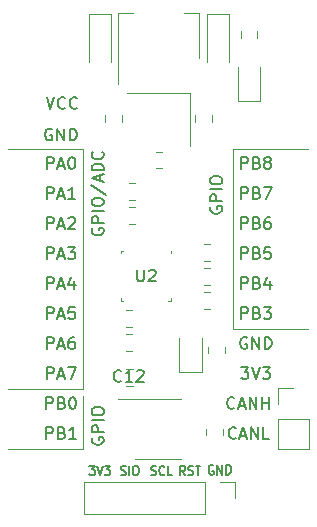
<source format=gto>
G04 #@! TF.GenerationSoftware,KiCad,Pcbnew,(5.1.4)-1*
G04 #@! TF.CreationDate,2020-10-29T21:44:13+08:00*
G04 #@! TF.ProjectId,custom_microcontroller,63757374-6f6d-45f6-9d69-63726f636f6e,rev?*
G04 #@! TF.SameCoordinates,Original*
G04 #@! TF.FileFunction,Legend,Top*
G04 #@! TF.FilePolarity,Positive*
%FSLAX46Y46*%
G04 Gerber Fmt 4.6, Leading zero omitted, Abs format (unit mm)*
G04 Created by KiCad (PCBNEW (5.1.4)-1) date 2020-10-29 21:44:13*
%MOMM*%
%LPD*%
G04 APERTURE LIST*
%ADD10C,0.152400*%
%ADD11C,0.120000*%
%ADD12C,0.150000*%
G04 APERTURE END LIST*
D10*
X140707533Y-149592695D02*
X140470466Y-149205647D01*
X140301133Y-149592695D02*
X140301133Y-148779895D01*
X140572066Y-148779895D01*
X140639800Y-148818600D01*
X140673666Y-148857304D01*
X140707533Y-148934714D01*
X140707533Y-149050828D01*
X140673666Y-149128238D01*
X140639800Y-149166942D01*
X140572066Y-149205647D01*
X140301133Y-149205647D01*
X140978466Y-149553990D02*
X141080066Y-149592695D01*
X141249400Y-149592695D01*
X141317133Y-149553990D01*
X141351000Y-149515285D01*
X141384866Y-149437876D01*
X141384866Y-149360466D01*
X141351000Y-149283057D01*
X141317133Y-149244352D01*
X141249400Y-149205647D01*
X141113933Y-149166942D01*
X141046200Y-149128238D01*
X141012333Y-149089533D01*
X140978466Y-149012123D01*
X140978466Y-148934714D01*
X141012333Y-148857304D01*
X141046200Y-148818600D01*
X141113933Y-148779895D01*
X141283266Y-148779895D01*
X141384866Y-148818600D01*
X141588066Y-148779895D02*
X141994466Y-148779895D01*
X141791266Y-149592695D02*
X141791266Y-148779895D01*
X137837333Y-149553990D02*
X137938933Y-149592695D01*
X138108266Y-149592695D01*
X138176000Y-149553990D01*
X138209866Y-149515285D01*
X138243733Y-149437876D01*
X138243733Y-149360466D01*
X138209866Y-149283057D01*
X138176000Y-149244352D01*
X138108266Y-149205647D01*
X137972800Y-149166942D01*
X137905066Y-149128238D01*
X137871200Y-149089533D01*
X137837333Y-149012123D01*
X137837333Y-148934714D01*
X137871200Y-148857304D01*
X137905066Y-148818600D01*
X137972800Y-148779895D01*
X138142133Y-148779895D01*
X138243733Y-148818600D01*
X138954933Y-149515285D02*
X138921066Y-149553990D01*
X138819466Y-149592695D01*
X138751733Y-149592695D01*
X138650133Y-149553990D01*
X138582400Y-149476580D01*
X138548533Y-149399171D01*
X138514666Y-149244352D01*
X138514666Y-149128238D01*
X138548533Y-148973419D01*
X138582400Y-148896009D01*
X138650133Y-148818600D01*
X138751733Y-148779895D01*
X138819466Y-148779895D01*
X138921066Y-148818600D01*
X138954933Y-148857304D01*
X139598400Y-149592695D02*
X139259733Y-149592695D01*
X139259733Y-148779895D01*
X132596466Y-148779895D02*
X133036733Y-148779895D01*
X132799666Y-149089533D01*
X132901266Y-149089533D01*
X132969000Y-149128238D01*
X133002866Y-149166942D01*
X133036733Y-149244352D01*
X133036733Y-149437876D01*
X133002866Y-149515285D01*
X132969000Y-149553990D01*
X132901266Y-149592695D01*
X132698066Y-149592695D01*
X132630333Y-149553990D01*
X132596466Y-149515285D01*
X133239933Y-148779895D02*
X133477000Y-149592695D01*
X133714066Y-148779895D01*
X133883400Y-148779895D02*
X134323666Y-148779895D01*
X134086600Y-149089533D01*
X134188200Y-149089533D01*
X134255933Y-149128238D01*
X134289800Y-149166942D01*
X134323666Y-149244352D01*
X134323666Y-149437876D01*
X134289800Y-149515285D01*
X134255933Y-149553990D01*
X134188200Y-149592695D01*
X133985000Y-149592695D01*
X133917266Y-149553990D01*
X133883400Y-149515285D01*
X135271933Y-149553990D02*
X135373533Y-149592695D01*
X135542866Y-149592695D01*
X135610600Y-149553990D01*
X135644466Y-149515285D01*
X135678333Y-149437876D01*
X135678333Y-149360466D01*
X135644466Y-149283057D01*
X135610600Y-149244352D01*
X135542866Y-149205647D01*
X135407400Y-149166942D01*
X135339666Y-149128238D01*
X135305800Y-149089533D01*
X135271933Y-149012123D01*
X135271933Y-148934714D01*
X135305800Y-148857304D01*
X135339666Y-148818600D01*
X135407400Y-148779895D01*
X135576733Y-148779895D01*
X135678333Y-148818600D01*
X135983133Y-149592695D02*
X135983133Y-148779895D01*
X136457266Y-148779895D02*
X136592733Y-148779895D01*
X136660466Y-148818600D01*
X136728200Y-148896009D01*
X136762066Y-149050828D01*
X136762066Y-149321761D01*
X136728200Y-149476580D01*
X136660466Y-149553990D01*
X136592733Y-149592695D01*
X136457266Y-149592695D01*
X136389533Y-149553990D01*
X136321800Y-149476580D01*
X136287933Y-149321761D01*
X136287933Y-149050828D01*
X136321800Y-148896009D01*
X136389533Y-148818600D01*
X136457266Y-148779895D01*
D11*
X128905000Y-121920000D02*
X125730000Y-121920000D01*
X132080000Y-142240000D02*
X125730000Y-142240000D01*
D12*
X142883000Y-126857000D02*
X142835380Y-126952238D01*
X142835380Y-127095095D01*
X142883000Y-127237952D01*
X142978238Y-127333190D01*
X143073476Y-127380809D01*
X143263952Y-127428428D01*
X143406809Y-127428428D01*
X143597285Y-127380809D01*
X143692523Y-127333190D01*
X143787761Y-127237952D01*
X143835380Y-127095095D01*
X143835380Y-126999857D01*
X143787761Y-126857000D01*
X143740142Y-126809380D01*
X143406809Y-126809380D01*
X143406809Y-126999857D01*
X143835380Y-126380809D02*
X142835380Y-126380809D01*
X142835380Y-125999857D01*
X142883000Y-125904619D01*
X142930619Y-125857000D01*
X143025857Y-125809380D01*
X143168714Y-125809380D01*
X143263952Y-125857000D01*
X143311571Y-125904619D01*
X143359190Y-125999857D01*
X143359190Y-126380809D01*
X143835380Y-125380809D02*
X142835380Y-125380809D01*
X142835380Y-124714142D02*
X142835380Y-124523666D01*
X142883000Y-124428428D01*
X142978238Y-124333190D01*
X143168714Y-124285571D01*
X143502047Y-124285571D01*
X143692523Y-124333190D01*
X143787761Y-124428428D01*
X143835380Y-124523666D01*
X143835380Y-124714142D01*
X143787761Y-124809380D01*
X143692523Y-124904619D01*
X143502047Y-124952238D01*
X143168714Y-124952238D01*
X142978238Y-124904619D01*
X142883000Y-124809380D01*
X142835380Y-124714142D01*
X132850000Y-146415000D02*
X132802380Y-146510238D01*
X132802380Y-146653095D01*
X132850000Y-146795952D01*
X132945238Y-146891190D01*
X133040476Y-146938809D01*
X133230952Y-146986428D01*
X133373809Y-146986428D01*
X133564285Y-146938809D01*
X133659523Y-146891190D01*
X133754761Y-146795952D01*
X133802380Y-146653095D01*
X133802380Y-146557857D01*
X133754761Y-146415000D01*
X133707142Y-146367380D01*
X133373809Y-146367380D01*
X133373809Y-146557857D01*
X133802380Y-145938809D02*
X132802380Y-145938809D01*
X132802380Y-145557857D01*
X132850000Y-145462619D01*
X132897619Y-145415000D01*
X132992857Y-145367380D01*
X133135714Y-145367380D01*
X133230952Y-145415000D01*
X133278571Y-145462619D01*
X133326190Y-145557857D01*
X133326190Y-145938809D01*
X133802380Y-144938809D02*
X132802380Y-144938809D01*
X132802380Y-144272142D02*
X132802380Y-144081666D01*
X132850000Y-143986428D01*
X132945238Y-143891190D01*
X133135714Y-143843571D01*
X133469047Y-143843571D01*
X133659523Y-143891190D01*
X133754761Y-143986428D01*
X133802380Y-144081666D01*
X133802380Y-144272142D01*
X133754761Y-144367380D01*
X133659523Y-144462619D01*
X133469047Y-144510238D01*
X133135714Y-144510238D01*
X132945238Y-144462619D01*
X132850000Y-144367380D01*
X132802380Y-144272142D01*
D11*
X132080000Y-147320000D02*
X132080000Y-142875000D01*
X125730000Y-147320000D02*
X132080000Y-147320000D01*
X144780000Y-137160000D02*
X151130000Y-137160000D01*
X144780000Y-121920000D02*
X144780000Y-137160000D01*
X151130000Y-121920000D02*
X144780000Y-121920000D01*
D12*
X132850000Y-128682380D02*
X132802380Y-128777619D01*
X132802380Y-128920476D01*
X132850000Y-129063333D01*
X132945238Y-129158571D01*
X133040476Y-129206190D01*
X133230952Y-129253809D01*
X133373809Y-129253809D01*
X133564285Y-129206190D01*
X133659523Y-129158571D01*
X133754761Y-129063333D01*
X133802380Y-128920476D01*
X133802380Y-128825238D01*
X133754761Y-128682380D01*
X133707142Y-128634761D01*
X133373809Y-128634761D01*
X133373809Y-128825238D01*
X133802380Y-128206190D02*
X132802380Y-128206190D01*
X132802380Y-127825238D01*
X132850000Y-127730000D01*
X132897619Y-127682380D01*
X132992857Y-127634761D01*
X133135714Y-127634761D01*
X133230952Y-127682380D01*
X133278571Y-127730000D01*
X133326190Y-127825238D01*
X133326190Y-128206190D01*
X133802380Y-127206190D02*
X132802380Y-127206190D01*
X132802380Y-126539523D02*
X132802380Y-126349047D01*
X132850000Y-126253809D01*
X132945238Y-126158571D01*
X133135714Y-126110952D01*
X133469047Y-126110952D01*
X133659523Y-126158571D01*
X133754761Y-126253809D01*
X133802380Y-126349047D01*
X133802380Y-126539523D01*
X133754761Y-126634761D01*
X133659523Y-126730000D01*
X133469047Y-126777619D01*
X133135714Y-126777619D01*
X132945238Y-126730000D01*
X132850000Y-126634761D01*
X132802380Y-126539523D01*
X132754761Y-124968095D02*
X134040476Y-125825238D01*
X133516666Y-124682380D02*
X133516666Y-124206190D01*
X133802380Y-124777619D02*
X132802380Y-124444285D01*
X133802380Y-124110952D01*
X133802380Y-123777619D02*
X132802380Y-123777619D01*
X132802380Y-123539523D01*
X132850000Y-123396666D01*
X132945238Y-123301428D01*
X133040476Y-123253809D01*
X133230952Y-123206190D01*
X133373809Y-123206190D01*
X133564285Y-123253809D01*
X133659523Y-123301428D01*
X133754761Y-123396666D01*
X133802380Y-123539523D01*
X133802380Y-123777619D01*
X133707142Y-122206190D02*
X133754761Y-122253809D01*
X133802380Y-122396666D01*
X133802380Y-122491904D01*
X133754761Y-122634761D01*
X133659523Y-122730000D01*
X133564285Y-122777619D01*
X133373809Y-122825238D01*
X133230952Y-122825238D01*
X133040476Y-122777619D01*
X132945238Y-122730000D01*
X132850000Y-122634761D01*
X132802380Y-122491904D01*
X132802380Y-122396666D01*
X132850000Y-122253809D01*
X132897619Y-122206190D01*
D11*
X132080000Y-121920000D02*
X128905000Y-121920000D01*
X132080000Y-121920000D02*
X132080000Y-142240000D01*
D10*
X143095133Y-148755100D02*
X143027400Y-148716395D01*
X142925800Y-148716395D01*
X142824200Y-148755100D01*
X142756466Y-148832509D01*
X142722600Y-148909919D01*
X142688733Y-149064738D01*
X142688733Y-149180852D01*
X142722600Y-149335671D01*
X142756466Y-149413080D01*
X142824200Y-149490490D01*
X142925800Y-149529195D01*
X142993533Y-149529195D01*
X143095133Y-149490490D01*
X143129000Y-149451785D01*
X143129000Y-149180852D01*
X142993533Y-149180852D01*
X143433800Y-149529195D02*
X143433800Y-148716395D01*
X143840200Y-149529195D01*
X143840200Y-148716395D01*
X144178866Y-149529195D02*
X144178866Y-148716395D01*
X144348200Y-148716395D01*
X144449800Y-148755100D01*
X144517533Y-148832509D01*
X144551400Y-148909919D01*
X144585266Y-149064738D01*
X144585266Y-149180852D01*
X144551400Y-149335671D01*
X144517533Y-149413080D01*
X144449800Y-149490490D01*
X144348200Y-149529195D01*
X144178866Y-149529195D01*
D12*
X129413095Y-120277000D02*
X129317857Y-120229380D01*
X129175000Y-120229380D01*
X129032142Y-120277000D01*
X128936904Y-120372238D01*
X128889285Y-120467476D01*
X128841666Y-120657952D01*
X128841666Y-120800809D01*
X128889285Y-120991285D01*
X128936904Y-121086523D01*
X129032142Y-121181761D01*
X129175000Y-121229380D01*
X129270238Y-121229380D01*
X129413095Y-121181761D01*
X129460714Y-121134142D01*
X129460714Y-120800809D01*
X129270238Y-120800809D01*
X129889285Y-121229380D02*
X129889285Y-120229380D01*
X130460714Y-121229380D01*
X130460714Y-120229380D01*
X130936904Y-121229380D02*
X130936904Y-120229380D01*
X131175000Y-120229380D01*
X131317857Y-120277000D01*
X131413095Y-120372238D01*
X131460714Y-120467476D01*
X131508333Y-120657952D01*
X131508333Y-120800809D01*
X131460714Y-120991285D01*
X131413095Y-121086523D01*
X131317857Y-121181761D01*
X131175000Y-121229380D01*
X130936904Y-121229380D01*
X128968666Y-117562380D02*
X129302000Y-118562380D01*
X129635333Y-117562380D01*
X130540095Y-118467142D02*
X130492476Y-118514761D01*
X130349619Y-118562380D01*
X130254380Y-118562380D01*
X130111523Y-118514761D01*
X130016285Y-118419523D01*
X129968666Y-118324285D01*
X129921047Y-118133809D01*
X129921047Y-117990952D01*
X129968666Y-117800476D01*
X130016285Y-117705238D01*
X130111523Y-117610000D01*
X130254380Y-117562380D01*
X130349619Y-117562380D01*
X130492476Y-117610000D01*
X130540095Y-117657619D01*
X131540095Y-118467142D02*
X131492476Y-118514761D01*
X131349619Y-118562380D01*
X131254380Y-118562380D01*
X131111523Y-118514761D01*
X131016285Y-118419523D01*
X130968666Y-118324285D01*
X130921047Y-118133809D01*
X130921047Y-117990952D01*
X130968666Y-117800476D01*
X131016285Y-117705238D01*
X131111523Y-117610000D01*
X131254380Y-117562380D01*
X131349619Y-117562380D01*
X131492476Y-117610000D01*
X131540095Y-117657619D01*
X145002380Y-146407142D02*
X144954761Y-146454761D01*
X144811904Y-146502380D01*
X144716666Y-146502380D01*
X144573809Y-146454761D01*
X144478571Y-146359523D01*
X144430952Y-146264285D01*
X144383333Y-146073809D01*
X144383333Y-145930952D01*
X144430952Y-145740476D01*
X144478571Y-145645238D01*
X144573809Y-145550000D01*
X144716666Y-145502380D01*
X144811904Y-145502380D01*
X144954761Y-145550000D01*
X145002380Y-145597619D01*
X145383333Y-146216666D02*
X145859523Y-146216666D01*
X145288095Y-146502380D02*
X145621428Y-145502380D01*
X145954761Y-146502380D01*
X146288095Y-146502380D02*
X146288095Y-145502380D01*
X146859523Y-146502380D01*
X146859523Y-145502380D01*
X147811904Y-146502380D02*
X147335714Y-146502380D01*
X147335714Y-145502380D01*
X144883333Y-143867142D02*
X144835714Y-143914761D01*
X144692857Y-143962380D01*
X144597619Y-143962380D01*
X144454761Y-143914761D01*
X144359523Y-143819523D01*
X144311904Y-143724285D01*
X144264285Y-143533809D01*
X144264285Y-143390952D01*
X144311904Y-143200476D01*
X144359523Y-143105238D01*
X144454761Y-143010000D01*
X144597619Y-142962380D01*
X144692857Y-142962380D01*
X144835714Y-143010000D01*
X144883333Y-143057619D01*
X145264285Y-143676666D02*
X145740476Y-143676666D01*
X145169047Y-143962380D02*
X145502380Y-142962380D01*
X145835714Y-143962380D01*
X146169047Y-143962380D02*
X146169047Y-142962380D01*
X146740476Y-143962380D01*
X146740476Y-142962380D01*
X147216666Y-143962380D02*
X147216666Y-142962380D01*
X147216666Y-143438571D02*
X147788095Y-143438571D01*
X147788095Y-143962380D02*
X147788095Y-142962380D01*
X145446904Y-140422380D02*
X146065952Y-140422380D01*
X145732619Y-140803333D01*
X145875476Y-140803333D01*
X145970714Y-140850952D01*
X146018333Y-140898571D01*
X146065952Y-140993809D01*
X146065952Y-141231904D01*
X146018333Y-141327142D01*
X145970714Y-141374761D01*
X145875476Y-141422380D01*
X145589761Y-141422380D01*
X145494523Y-141374761D01*
X145446904Y-141327142D01*
X146351666Y-140422380D02*
X146685000Y-141422380D01*
X147018333Y-140422380D01*
X147256428Y-140422380D02*
X147875476Y-140422380D01*
X147542142Y-140803333D01*
X147685000Y-140803333D01*
X147780238Y-140850952D01*
X147827857Y-140898571D01*
X147875476Y-140993809D01*
X147875476Y-141231904D01*
X147827857Y-141327142D01*
X147780238Y-141374761D01*
X147685000Y-141422380D01*
X147399285Y-141422380D01*
X147304047Y-141374761D01*
X147256428Y-141327142D01*
X145923095Y-137930000D02*
X145827857Y-137882380D01*
X145685000Y-137882380D01*
X145542142Y-137930000D01*
X145446904Y-138025238D01*
X145399285Y-138120476D01*
X145351666Y-138310952D01*
X145351666Y-138453809D01*
X145399285Y-138644285D01*
X145446904Y-138739523D01*
X145542142Y-138834761D01*
X145685000Y-138882380D01*
X145780238Y-138882380D01*
X145923095Y-138834761D01*
X145970714Y-138787142D01*
X145970714Y-138453809D01*
X145780238Y-138453809D01*
X146399285Y-138882380D02*
X146399285Y-137882380D01*
X146970714Y-138882380D01*
X146970714Y-137882380D01*
X147446904Y-138882380D02*
X147446904Y-137882380D01*
X147685000Y-137882380D01*
X147827857Y-137930000D01*
X147923095Y-138025238D01*
X147970714Y-138120476D01*
X148018333Y-138310952D01*
X148018333Y-138453809D01*
X147970714Y-138644285D01*
X147923095Y-138739523D01*
X147827857Y-138834761D01*
X147685000Y-138882380D01*
X147446904Y-138882380D01*
X145446904Y-136342380D02*
X145446904Y-135342380D01*
X145827857Y-135342380D01*
X145923095Y-135390000D01*
X145970714Y-135437619D01*
X146018333Y-135532857D01*
X146018333Y-135675714D01*
X145970714Y-135770952D01*
X145923095Y-135818571D01*
X145827857Y-135866190D01*
X145446904Y-135866190D01*
X146780238Y-135818571D02*
X146923095Y-135866190D01*
X146970714Y-135913809D01*
X147018333Y-136009047D01*
X147018333Y-136151904D01*
X146970714Y-136247142D01*
X146923095Y-136294761D01*
X146827857Y-136342380D01*
X146446904Y-136342380D01*
X146446904Y-135342380D01*
X146780238Y-135342380D01*
X146875476Y-135390000D01*
X146923095Y-135437619D01*
X146970714Y-135532857D01*
X146970714Y-135628095D01*
X146923095Y-135723333D01*
X146875476Y-135770952D01*
X146780238Y-135818571D01*
X146446904Y-135818571D01*
X147351666Y-135342380D02*
X147970714Y-135342380D01*
X147637380Y-135723333D01*
X147780238Y-135723333D01*
X147875476Y-135770952D01*
X147923095Y-135818571D01*
X147970714Y-135913809D01*
X147970714Y-136151904D01*
X147923095Y-136247142D01*
X147875476Y-136294761D01*
X147780238Y-136342380D01*
X147494523Y-136342380D01*
X147399285Y-136294761D01*
X147351666Y-136247142D01*
X145446904Y-133802380D02*
X145446904Y-132802380D01*
X145827857Y-132802380D01*
X145923095Y-132850000D01*
X145970714Y-132897619D01*
X146018333Y-132992857D01*
X146018333Y-133135714D01*
X145970714Y-133230952D01*
X145923095Y-133278571D01*
X145827857Y-133326190D01*
X145446904Y-133326190D01*
X146780238Y-133278571D02*
X146923095Y-133326190D01*
X146970714Y-133373809D01*
X147018333Y-133469047D01*
X147018333Y-133611904D01*
X146970714Y-133707142D01*
X146923095Y-133754761D01*
X146827857Y-133802380D01*
X146446904Y-133802380D01*
X146446904Y-132802380D01*
X146780238Y-132802380D01*
X146875476Y-132850000D01*
X146923095Y-132897619D01*
X146970714Y-132992857D01*
X146970714Y-133088095D01*
X146923095Y-133183333D01*
X146875476Y-133230952D01*
X146780238Y-133278571D01*
X146446904Y-133278571D01*
X147875476Y-133135714D02*
X147875476Y-133802380D01*
X147637380Y-132754761D02*
X147399285Y-133469047D01*
X148018333Y-133469047D01*
X145446904Y-131262380D02*
X145446904Y-130262380D01*
X145827857Y-130262380D01*
X145923095Y-130310000D01*
X145970714Y-130357619D01*
X146018333Y-130452857D01*
X146018333Y-130595714D01*
X145970714Y-130690952D01*
X145923095Y-130738571D01*
X145827857Y-130786190D01*
X145446904Y-130786190D01*
X146780238Y-130738571D02*
X146923095Y-130786190D01*
X146970714Y-130833809D01*
X147018333Y-130929047D01*
X147018333Y-131071904D01*
X146970714Y-131167142D01*
X146923095Y-131214761D01*
X146827857Y-131262380D01*
X146446904Y-131262380D01*
X146446904Y-130262380D01*
X146780238Y-130262380D01*
X146875476Y-130310000D01*
X146923095Y-130357619D01*
X146970714Y-130452857D01*
X146970714Y-130548095D01*
X146923095Y-130643333D01*
X146875476Y-130690952D01*
X146780238Y-130738571D01*
X146446904Y-130738571D01*
X147923095Y-130262380D02*
X147446904Y-130262380D01*
X147399285Y-130738571D01*
X147446904Y-130690952D01*
X147542142Y-130643333D01*
X147780238Y-130643333D01*
X147875476Y-130690952D01*
X147923095Y-130738571D01*
X147970714Y-130833809D01*
X147970714Y-131071904D01*
X147923095Y-131167142D01*
X147875476Y-131214761D01*
X147780238Y-131262380D01*
X147542142Y-131262380D01*
X147446904Y-131214761D01*
X147399285Y-131167142D01*
X145446904Y-128722380D02*
X145446904Y-127722380D01*
X145827857Y-127722380D01*
X145923095Y-127770000D01*
X145970714Y-127817619D01*
X146018333Y-127912857D01*
X146018333Y-128055714D01*
X145970714Y-128150952D01*
X145923095Y-128198571D01*
X145827857Y-128246190D01*
X145446904Y-128246190D01*
X146780238Y-128198571D02*
X146923095Y-128246190D01*
X146970714Y-128293809D01*
X147018333Y-128389047D01*
X147018333Y-128531904D01*
X146970714Y-128627142D01*
X146923095Y-128674761D01*
X146827857Y-128722380D01*
X146446904Y-128722380D01*
X146446904Y-127722380D01*
X146780238Y-127722380D01*
X146875476Y-127770000D01*
X146923095Y-127817619D01*
X146970714Y-127912857D01*
X146970714Y-128008095D01*
X146923095Y-128103333D01*
X146875476Y-128150952D01*
X146780238Y-128198571D01*
X146446904Y-128198571D01*
X147875476Y-127722380D02*
X147685000Y-127722380D01*
X147589761Y-127770000D01*
X147542142Y-127817619D01*
X147446904Y-127960476D01*
X147399285Y-128150952D01*
X147399285Y-128531904D01*
X147446904Y-128627142D01*
X147494523Y-128674761D01*
X147589761Y-128722380D01*
X147780238Y-128722380D01*
X147875476Y-128674761D01*
X147923095Y-128627142D01*
X147970714Y-128531904D01*
X147970714Y-128293809D01*
X147923095Y-128198571D01*
X147875476Y-128150952D01*
X147780238Y-128103333D01*
X147589761Y-128103333D01*
X147494523Y-128150952D01*
X147446904Y-128198571D01*
X147399285Y-128293809D01*
X145446904Y-126182380D02*
X145446904Y-125182380D01*
X145827857Y-125182380D01*
X145923095Y-125230000D01*
X145970714Y-125277619D01*
X146018333Y-125372857D01*
X146018333Y-125515714D01*
X145970714Y-125610952D01*
X145923095Y-125658571D01*
X145827857Y-125706190D01*
X145446904Y-125706190D01*
X146780238Y-125658571D02*
X146923095Y-125706190D01*
X146970714Y-125753809D01*
X147018333Y-125849047D01*
X147018333Y-125991904D01*
X146970714Y-126087142D01*
X146923095Y-126134761D01*
X146827857Y-126182380D01*
X146446904Y-126182380D01*
X146446904Y-125182380D01*
X146780238Y-125182380D01*
X146875476Y-125230000D01*
X146923095Y-125277619D01*
X146970714Y-125372857D01*
X146970714Y-125468095D01*
X146923095Y-125563333D01*
X146875476Y-125610952D01*
X146780238Y-125658571D01*
X146446904Y-125658571D01*
X147351666Y-125182380D02*
X148018333Y-125182380D01*
X147589761Y-126182380D01*
X145446904Y-123642380D02*
X145446904Y-122642380D01*
X145827857Y-122642380D01*
X145923095Y-122690000D01*
X145970714Y-122737619D01*
X146018333Y-122832857D01*
X146018333Y-122975714D01*
X145970714Y-123070952D01*
X145923095Y-123118571D01*
X145827857Y-123166190D01*
X145446904Y-123166190D01*
X146780238Y-123118571D02*
X146923095Y-123166190D01*
X146970714Y-123213809D01*
X147018333Y-123309047D01*
X147018333Y-123451904D01*
X146970714Y-123547142D01*
X146923095Y-123594761D01*
X146827857Y-123642380D01*
X146446904Y-123642380D01*
X146446904Y-122642380D01*
X146780238Y-122642380D01*
X146875476Y-122690000D01*
X146923095Y-122737619D01*
X146970714Y-122832857D01*
X146970714Y-122928095D01*
X146923095Y-123023333D01*
X146875476Y-123070952D01*
X146780238Y-123118571D01*
X146446904Y-123118571D01*
X147589761Y-123070952D02*
X147494523Y-123023333D01*
X147446904Y-122975714D01*
X147399285Y-122880476D01*
X147399285Y-122832857D01*
X147446904Y-122737619D01*
X147494523Y-122690000D01*
X147589761Y-122642380D01*
X147780238Y-122642380D01*
X147875476Y-122690000D01*
X147923095Y-122737619D01*
X147970714Y-122832857D01*
X147970714Y-122880476D01*
X147923095Y-122975714D01*
X147875476Y-123023333D01*
X147780238Y-123070952D01*
X147589761Y-123070952D01*
X147494523Y-123118571D01*
X147446904Y-123166190D01*
X147399285Y-123261428D01*
X147399285Y-123451904D01*
X147446904Y-123547142D01*
X147494523Y-123594761D01*
X147589761Y-123642380D01*
X147780238Y-123642380D01*
X147875476Y-123594761D01*
X147923095Y-123547142D01*
X147970714Y-123451904D01*
X147970714Y-123261428D01*
X147923095Y-123166190D01*
X147875476Y-123118571D01*
X147780238Y-123070952D01*
X129008333Y-123642380D02*
X129008333Y-122642380D01*
X129389285Y-122642380D01*
X129484523Y-122690000D01*
X129532142Y-122737619D01*
X129579761Y-122832857D01*
X129579761Y-122975714D01*
X129532142Y-123070952D01*
X129484523Y-123118571D01*
X129389285Y-123166190D01*
X129008333Y-123166190D01*
X129960714Y-123356666D02*
X130436904Y-123356666D01*
X129865476Y-123642380D02*
X130198809Y-122642380D01*
X130532142Y-123642380D01*
X131055952Y-122642380D02*
X131151190Y-122642380D01*
X131246428Y-122690000D01*
X131294047Y-122737619D01*
X131341666Y-122832857D01*
X131389285Y-123023333D01*
X131389285Y-123261428D01*
X131341666Y-123451904D01*
X131294047Y-123547142D01*
X131246428Y-123594761D01*
X131151190Y-123642380D01*
X131055952Y-123642380D01*
X130960714Y-123594761D01*
X130913095Y-123547142D01*
X130865476Y-123451904D01*
X130817857Y-123261428D01*
X130817857Y-123023333D01*
X130865476Y-122832857D01*
X130913095Y-122737619D01*
X130960714Y-122690000D01*
X131055952Y-122642380D01*
X129008333Y-126182380D02*
X129008333Y-125182380D01*
X129389285Y-125182380D01*
X129484523Y-125230000D01*
X129532142Y-125277619D01*
X129579761Y-125372857D01*
X129579761Y-125515714D01*
X129532142Y-125610952D01*
X129484523Y-125658571D01*
X129389285Y-125706190D01*
X129008333Y-125706190D01*
X129960714Y-125896666D02*
X130436904Y-125896666D01*
X129865476Y-126182380D02*
X130198809Y-125182380D01*
X130532142Y-126182380D01*
X131389285Y-126182380D02*
X130817857Y-126182380D01*
X131103571Y-126182380D02*
X131103571Y-125182380D01*
X131008333Y-125325238D01*
X130913095Y-125420476D01*
X130817857Y-125468095D01*
X129008333Y-128722380D02*
X129008333Y-127722380D01*
X129389285Y-127722380D01*
X129484523Y-127770000D01*
X129532142Y-127817619D01*
X129579761Y-127912857D01*
X129579761Y-128055714D01*
X129532142Y-128150952D01*
X129484523Y-128198571D01*
X129389285Y-128246190D01*
X129008333Y-128246190D01*
X129960714Y-128436666D02*
X130436904Y-128436666D01*
X129865476Y-128722380D02*
X130198809Y-127722380D01*
X130532142Y-128722380D01*
X130817857Y-127817619D02*
X130865476Y-127770000D01*
X130960714Y-127722380D01*
X131198809Y-127722380D01*
X131294047Y-127770000D01*
X131341666Y-127817619D01*
X131389285Y-127912857D01*
X131389285Y-128008095D01*
X131341666Y-128150952D01*
X130770238Y-128722380D01*
X131389285Y-128722380D01*
X129008333Y-131262380D02*
X129008333Y-130262380D01*
X129389285Y-130262380D01*
X129484523Y-130310000D01*
X129532142Y-130357619D01*
X129579761Y-130452857D01*
X129579761Y-130595714D01*
X129532142Y-130690952D01*
X129484523Y-130738571D01*
X129389285Y-130786190D01*
X129008333Y-130786190D01*
X129960714Y-130976666D02*
X130436904Y-130976666D01*
X129865476Y-131262380D02*
X130198809Y-130262380D01*
X130532142Y-131262380D01*
X130770238Y-130262380D02*
X131389285Y-130262380D01*
X131055952Y-130643333D01*
X131198809Y-130643333D01*
X131294047Y-130690952D01*
X131341666Y-130738571D01*
X131389285Y-130833809D01*
X131389285Y-131071904D01*
X131341666Y-131167142D01*
X131294047Y-131214761D01*
X131198809Y-131262380D01*
X130913095Y-131262380D01*
X130817857Y-131214761D01*
X130770238Y-131167142D01*
X129008333Y-133802380D02*
X129008333Y-132802380D01*
X129389285Y-132802380D01*
X129484523Y-132850000D01*
X129532142Y-132897619D01*
X129579761Y-132992857D01*
X129579761Y-133135714D01*
X129532142Y-133230952D01*
X129484523Y-133278571D01*
X129389285Y-133326190D01*
X129008333Y-133326190D01*
X129960714Y-133516666D02*
X130436904Y-133516666D01*
X129865476Y-133802380D02*
X130198809Y-132802380D01*
X130532142Y-133802380D01*
X131294047Y-133135714D02*
X131294047Y-133802380D01*
X131055952Y-132754761D02*
X130817857Y-133469047D01*
X131436904Y-133469047D01*
X129008333Y-136342380D02*
X129008333Y-135342380D01*
X129389285Y-135342380D01*
X129484523Y-135390000D01*
X129532142Y-135437619D01*
X129579761Y-135532857D01*
X129579761Y-135675714D01*
X129532142Y-135770952D01*
X129484523Y-135818571D01*
X129389285Y-135866190D01*
X129008333Y-135866190D01*
X129960714Y-136056666D02*
X130436904Y-136056666D01*
X129865476Y-136342380D02*
X130198809Y-135342380D01*
X130532142Y-136342380D01*
X131341666Y-135342380D02*
X130865476Y-135342380D01*
X130817857Y-135818571D01*
X130865476Y-135770952D01*
X130960714Y-135723333D01*
X131198809Y-135723333D01*
X131294047Y-135770952D01*
X131341666Y-135818571D01*
X131389285Y-135913809D01*
X131389285Y-136151904D01*
X131341666Y-136247142D01*
X131294047Y-136294761D01*
X131198809Y-136342380D01*
X130960714Y-136342380D01*
X130865476Y-136294761D01*
X130817857Y-136247142D01*
X129008333Y-138882380D02*
X129008333Y-137882380D01*
X129389285Y-137882380D01*
X129484523Y-137930000D01*
X129532142Y-137977619D01*
X129579761Y-138072857D01*
X129579761Y-138215714D01*
X129532142Y-138310952D01*
X129484523Y-138358571D01*
X129389285Y-138406190D01*
X129008333Y-138406190D01*
X129960714Y-138596666D02*
X130436904Y-138596666D01*
X129865476Y-138882380D02*
X130198809Y-137882380D01*
X130532142Y-138882380D01*
X131294047Y-137882380D02*
X131103571Y-137882380D01*
X131008333Y-137930000D01*
X130960714Y-137977619D01*
X130865476Y-138120476D01*
X130817857Y-138310952D01*
X130817857Y-138691904D01*
X130865476Y-138787142D01*
X130913095Y-138834761D01*
X131008333Y-138882380D01*
X131198809Y-138882380D01*
X131294047Y-138834761D01*
X131341666Y-138787142D01*
X131389285Y-138691904D01*
X131389285Y-138453809D01*
X131341666Y-138358571D01*
X131294047Y-138310952D01*
X131198809Y-138263333D01*
X131008333Y-138263333D01*
X130913095Y-138310952D01*
X130865476Y-138358571D01*
X130817857Y-138453809D01*
X129008333Y-141422380D02*
X129008333Y-140422380D01*
X129389285Y-140422380D01*
X129484523Y-140470000D01*
X129532142Y-140517619D01*
X129579761Y-140612857D01*
X129579761Y-140755714D01*
X129532142Y-140850952D01*
X129484523Y-140898571D01*
X129389285Y-140946190D01*
X129008333Y-140946190D01*
X129960714Y-141136666D02*
X130436904Y-141136666D01*
X129865476Y-141422380D02*
X130198809Y-140422380D01*
X130532142Y-141422380D01*
X130770238Y-140422380D02*
X131436904Y-140422380D01*
X131008333Y-141422380D01*
X128936904Y-146502380D02*
X128936904Y-145502380D01*
X129317857Y-145502380D01*
X129413095Y-145550000D01*
X129460714Y-145597619D01*
X129508333Y-145692857D01*
X129508333Y-145835714D01*
X129460714Y-145930952D01*
X129413095Y-145978571D01*
X129317857Y-146026190D01*
X128936904Y-146026190D01*
X130270238Y-145978571D02*
X130413095Y-146026190D01*
X130460714Y-146073809D01*
X130508333Y-146169047D01*
X130508333Y-146311904D01*
X130460714Y-146407142D01*
X130413095Y-146454761D01*
X130317857Y-146502380D01*
X129936904Y-146502380D01*
X129936904Y-145502380D01*
X130270238Y-145502380D01*
X130365476Y-145550000D01*
X130413095Y-145597619D01*
X130460714Y-145692857D01*
X130460714Y-145788095D01*
X130413095Y-145883333D01*
X130365476Y-145930952D01*
X130270238Y-145978571D01*
X129936904Y-145978571D01*
X131460714Y-146502380D02*
X130889285Y-146502380D01*
X131175000Y-146502380D02*
X131175000Y-145502380D01*
X131079761Y-145645238D01*
X130984523Y-145740476D01*
X130889285Y-145788095D01*
X128936904Y-143962380D02*
X128936904Y-142962380D01*
X129317857Y-142962380D01*
X129413095Y-143010000D01*
X129460714Y-143057619D01*
X129508333Y-143152857D01*
X129508333Y-143295714D01*
X129460714Y-143390952D01*
X129413095Y-143438571D01*
X129317857Y-143486190D01*
X128936904Y-143486190D01*
X130270238Y-143438571D02*
X130413095Y-143486190D01*
X130460714Y-143533809D01*
X130508333Y-143629047D01*
X130508333Y-143771904D01*
X130460714Y-143867142D01*
X130413095Y-143914761D01*
X130317857Y-143962380D01*
X129936904Y-143962380D01*
X129936904Y-142962380D01*
X130270238Y-142962380D01*
X130365476Y-143010000D01*
X130413095Y-143057619D01*
X130460714Y-143152857D01*
X130460714Y-143248095D01*
X130413095Y-143343333D01*
X130365476Y-143390952D01*
X130270238Y-143438571D01*
X129936904Y-143438571D01*
X131127380Y-142962380D02*
X131222619Y-142962380D01*
X131317857Y-143010000D01*
X131365476Y-143057619D01*
X131413095Y-143152857D01*
X131460714Y-143343333D01*
X131460714Y-143581428D01*
X131413095Y-143771904D01*
X131365476Y-143867142D01*
X131317857Y-143914761D01*
X131222619Y-143962380D01*
X131127380Y-143962380D01*
X131032142Y-143914761D01*
X130984523Y-143867142D01*
X130936904Y-143771904D01*
X130889285Y-143581428D01*
X130889285Y-143343333D01*
X130936904Y-143152857D01*
X130984523Y-143057619D01*
X131032142Y-143010000D01*
X131127380Y-142962380D01*
D11*
X138430000Y-148229000D02*
X140380000Y-148229000D01*
X138430000Y-148229000D02*
X136480000Y-148229000D01*
X138430000Y-143109000D02*
X140380000Y-143109000D01*
X138430000Y-143109000D02*
X134980000Y-143109000D01*
X142312554Y-131403540D02*
X142835058Y-131403540D01*
X142312554Y-129983540D02*
X142835058Y-129983540D01*
X148530000Y-142180000D02*
X149860000Y-142180000D01*
X148530000Y-143510000D02*
X148530000Y-142180000D01*
X148530000Y-144780000D02*
X151190000Y-144780000D01*
X151190000Y-144780000D02*
X151190000Y-147380000D01*
X148530000Y-144780000D02*
X148530000Y-147380000D01*
X148530000Y-147380000D02*
X151190000Y-147380000D01*
X144967000Y-150181000D02*
X144967000Y-151511000D01*
X143637000Y-150181000D02*
X144967000Y-150181000D01*
X142367000Y-150181000D02*
X142367000Y-152841000D01*
X142367000Y-152841000D02*
X132147000Y-152841000D01*
X142367000Y-150181000D02*
X132147000Y-150181000D01*
X132147000Y-150181000D02*
X132147000Y-152841000D01*
X136252852Y-140564800D02*
X135730348Y-140564800D01*
X136252852Y-141984800D02*
X135730348Y-141984800D01*
X143915200Y-146149852D02*
X143915200Y-145627348D01*
X142495200Y-146149852D02*
X142495200Y-145627348D01*
X141153200Y-117199200D02*
X135753200Y-117199200D01*
X141153200Y-121699200D02*
X141153200Y-117199200D01*
X135020000Y-116495000D02*
X135020000Y-110485000D01*
X141840000Y-114245000D02*
X141840000Y-110485000D01*
X135020000Y-110485000D02*
X136280000Y-110485000D01*
X141840000Y-110485000D02*
X140580000Y-110485000D01*
X139473200Y-130804600D02*
X139473200Y-130579600D01*
X135253200Y-134799600D02*
X135478200Y-134799600D01*
X135253200Y-134574600D02*
X135253200Y-134799600D01*
X135253200Y-130579600D02*
X135478200Y-130579600D01*
X135253200Y-130804600D02*
X135253200Y-130579600D01*
X139473200Y-134799600D02*
X139248200Y-134799600D01*
X139473200Y-134574600D02*
X139473200Y-134799600D01*
X145394499Y-112006748D02*
X145394499Y-112529252D01*
X146814499Y-112006748D02*
X146814499Y-112529252D01*
X138733052Y-122175200D02*
X138210548Y-122175200D01*
X138733052Y-123595200D02*
X138210548Y-123595200D01*
X142645794Y-138707653D02*
X142645794Y-139230157D01*
X144065794Y-138707653D02*
X144065794Y-139230157D01*
X147073500Y-117883500D02*
X147073500Y-115023500D01*
X145153500Y-117883500D02*
X147073500Y-117883500D01*
X145153500Y-115023500D02*
X145153500Y-117883500D01*
X142093295Y-140839800D02*
X142093295Y-137979800D01*
X140173295Y-140839800D02*
X142093295Y-140839800D01*
X140173295Y-137979800D02*
X140173295Y-140839800D01*
X142312554Y-133435540D02*
X142835058Y-133435540D01*
X142312554Y-132015540D02*
X142835058Y-132015540D01*
X142312554Y-135467540D02*
X142835058Y-135467540D01*
X142312554Y-134047540D02*
X142835058Y-134047540D01*
X136454923Y-126881194D02*
X135932419Y-126881194D01*
X136454923Y-128301194D02*
X135932419Y-128301194D01*
X132542000Y-110545000D02*
X132542000Y-114630000D01*
X134412000Y-110545000D02*
X132542000Y-110545000D01*
X134412000Y-114630000D02*
X134412000Y-110545000D01*
X136447193Y-124860636D02*
X135924689Y-124860636D01*
X136447193Y-126280636D02*
X135924689Y-126280636D01*
X136226541Y-135614670D02*
X135704037Y-135614670D01*
X136226541Y-137034670D02*
X135704037Y-137034670D01*
X142575000Y-110504500D02*
X142575000Y-114589500D01*
X144445000Y-110504500D02*
X142575000Y-110504500D01*
X144445000Y-114589500D02*
X144445000Y-110504500D01*
X135330000Y-119632252D02*
X135330000Y-119109748D01*
X133910000Y-119632252D02*
X133910000Y-119109748D01*
X141530000Y-119118748D02*
X141530000Y-119641252D01*
X142950000Y-119118748D02*
X142950000Y-119641252D01*
X136226541Y-137646670D02*
X135704037Y-137646670D01*
X136226541Y-139066670D02*
X135704037Y-139066670D01*
D12*
X135288943Y-141581142D02*
X135241324Y-141628761D01*
X135098467Y-141676380D01*
X135003229Y-141676380D01*
X134860372Y-141628761D01*
X134765134Y-141533523D01*
X134717515Y-141438285D01*
X134669896Y-141247809D01*
X134669896Y-141104952D01*
X134717515Y-140914476D01*
X134765134Y-140819238D01*
X134860372Y-140724000D01*
X135003229Y-140676380D01*
X135098467Y-140676380D01*
X135241324Y-140724000D01*
X135288943Y-140771619D01*
X136241324Y-141676380D02*
X135669896Y-141676380D01*
X135955610Y-141676380D02*
X135955610Y-140676380D01*
X135860372Y-140819238D01*
X135765134Y-140914476D01*
X135669896Y-140962095D01*
X136622277Y-140771619D02*
X136669896Y-140724000D01*
X136765134Y-140676380D01*
X137003229Y-140676380D01*
X137098467Y-140724000D01*
X137146086Y-140771619D01*
X137193705Y-140866857D01*
X137193705Y-140962095D01*
X137146086Y-141104952D01*
X136574658Y-141676380D01*
X137193705Y-141676380D01*
X136649161Y-132171474D02*
X136649161Y-132980998D01*
X136696780Y-133076236D01*
X136744399Y-133123855D01*
X136839637Y-133171474D01*
X137030113Y-133171474D01*
X137125351Y-133123855D01*
X137172970Y-133076236D01*
X137220589Y-132980998D01*
X137220589Y-132171474D01*
X137649161Y-132266713D02*
X137696780Y-132219094D01*
X137792018Y-132171474D01*
X138030113Y-132171474D01*
X138125351Y-132219094D01*
X138172970Y-132266713D01*
X138220589Y-132361951D01*
X138220589Y-132457189D01*
X138172970Y-132600046D01*
X137601542Y-133171474D01*
X138220589Y-133171474D01*
M02*

</source>
